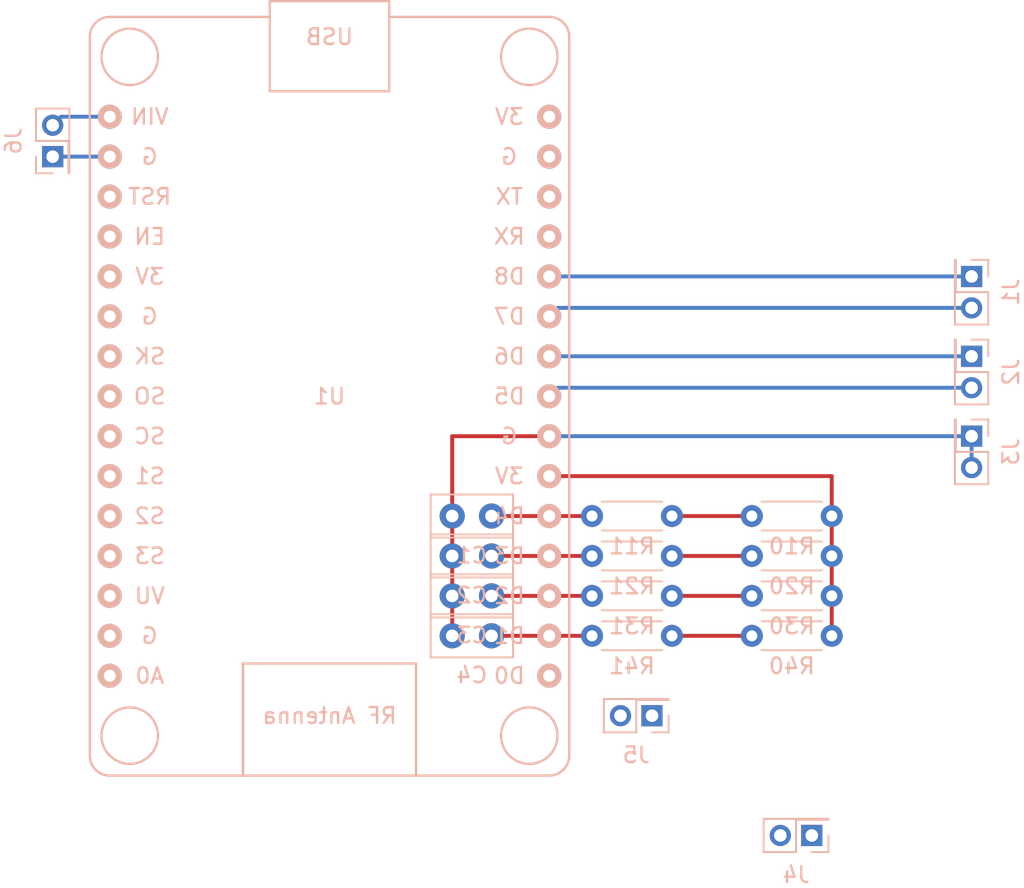
<source format=kicad_pcb>
(kicad_pcb (version 20211014) (generator pcbnew)
  (layers (0 "F.Cu" signal) (31 "B.Cu" signal) (34 "B.Paste" user) (35 "F.Paste" user) (36 "B.SilkS" user "B.Silkscreen") (37 "F.SilkS" user "F.Silkscreen") (38 "B.Mask" user) (39 "F.Mask" user) (44 "Edge.Cuts" user))
  (net 0 "")
  (net 1 "Net-(C1-Pad1)")
  (net 2 "Net-(C1-Pad2)")
  (net 3 "Net-(C2-Pad2)")
  (net 4 "Net-(C3-Pad2)")
  (net 5 "Net-(C4-Pad2)")
  (net 6 "Net-(J1-Pad1)")
  (net 7 "Net-(J1-Pad2)")
  (net 8 "Net-(J2-Pad1)")
  (net 9 "Net-(J2-Pad2)")
  (net 10 "Net-(J6-Pad1)")
  (net 11 "Net-(J6-Pad2)")
  (net 12 "Net-(R10-Pad1)")
  (net 13 "Net-(R10-Pad2)")
  (net 14 "Net-(R20-Pad1)")
  (net 15 "Net-(R30-Pad1)")
  (net 16 "Net-(R40-Pad1)")
  (footprint "Resistor_THT:R_Axial_DIN0204_L3.6mm_D1.6mm_P5.08mm_Horizontal" (layer "B.Cu") (at 128.27 80.01)
    (fp_text reference "R40" (at 2.54 1.92) (layer "B.SilkS") (effects (justify mirror)))
    (fp_text value "R_Small")
    (fp_line (start 0.62 0.92) (end 4.46 0.92) (layer "B.SilkS") (width 0.12))
    (fp_line (start 0.62 -0.92) (end 4.46 -0.92) (layer "B.SilkS") (width 0.12))
    (pad "1" thru_hole circle (at 0 0) (size 1.4 1.4) (drill 0.7) (layers *.Cu *.Mask) (net 16 "Net-(R40-Pad1)"))
    (pad "2" thru_hole oval (at 5.08 0) (size 1.4 1.4) (drill 0.7) (layers *.Cu *.Mask) (net 13 "Net-(R10-Pad2)"))
  )
  (footprint "Capacitor_THT:C_Disc_D5.0mm_W2.5mm_P2.50mm" (layer "B.Cu") (at 109.22 72.39)
    (fp_text reference "C1" (at 1.25 2.5) (layer "B.SilkS") (effects (justify mirror)))
    (fp_text value "C")
    (fp_line (start -1.37 -1.37) (end 3.87 -1.37) (layer "B.SilkS") (width 0.12))
    (fp_line (start -1.37 1.37) (end 3.87 1.37) (layer "B.SilkS") (width 0.12))
    (fp_line (start 3.87 1.37) (end 3.87 -1.37) (layer "B.SilkS") (width 0.12))
    (fp_line (start -1.37 1.37) (end -1.37 -1.37) (layer "B.SilkS") (width 0.12))
    (pad "1" thru_hole circle (at 0 0) (size 1.6 1.6) (drill 0.8) (layers *.Cu *.Mask) (net 1 "Net-(C1-Pad1)"))
    (pad "2" thru_hole circle (at 2.5 0) (size 1.6 1.6) (drill 0.8) (layers *.Cu *.Mask) (net 2 "Net-(C1-Pad2)"))
  )
  (footprint "Connector_PinSocket_2.00mm:PinSocket_2x01_P2.00mm_Vertical" (layer "B.Cu") (at 121.92 85.09)
    (fp_text reference "J5" (at -1 2.5) (layer "B.SilkS") (effects (justify mirror)))
    (fp_text value "Conn_01x02_Male")
    (fp_line (start -1 1.06) (end -1 -1) (layer "B.SilkS") (width 0.12))
    (fp_line (start -3.06 1.06) (end -1 1.06) (layer "B.SilkS") (width 0.12))
    (fp_line (start 0 1.06) (end 1.06 1.06) (layer "B.SilkS") (width 0.12))
    (fp_line (start -3.06 -1.06) (end 1.06 -1.06) (layer "B.SilkS") (width 0.12))
    (fp_line (start 1.06 -1) (end 1.06 -1.06) (layer "B.SilkS") (width 0.12))
    (fp_line (start -3.06 1.06) (end -3.06 -1.06) (layer "B.SilkS") (width 0.12))
    (fp_line (start 1.06 1.06) (end 1.06 0) (layer "B.SilkS") (width 0.12))
    (fp_line (start -1 -1) (end 1.06 -1) (layer "B.SilkS") (width 0.12))
    (pad "1" thru_hole rect (at 0 0) (size 1.35 1.35) (drill 0.8) (layers *.Cu *.Mask) (net 14 "Net-(R20-Pad1)"))
    (pad "2" thru_hole oval (at -2 0) (size 1.35 1.35) (drill 0.8) (layers *.Cu *.Mask) (net 12 "Net-(R10-Pad1)"))
  )
  (footprint "Resistor_THT:R_Axial_DIN0204_L3.6mm_D1.6mm_P5.08mm_Horizontal" (layer "B.Cu") (at 128.27 72.39)
    (fp_text reference "R10" (at 2.54 1.92) (layer "B.SilkS") (effects (justify mirror)))
    (fp_text value "R_Small")
    (fp_line (start 0.62 -0.92) (end 4.46 -0.92) (layer "B.SilkS") (width 0.12))
    (fp_line (start 0.62 0.92) (end 4.46 0.92) (layer "B.SilkS") (width 0.12))
    (pad "1" thru_hole circle (at 0 0) (size 1.4 1.4) (drill 0.7) (layers *.Cu *.Mask) (net 12 "Net-(R10-Pad1)"))
    (pad "2" thru_hole oval (at 5.08 0) (size 1.4 1.4) (drill 0.7) (layers *.Cu *.Mask) (net 13 "Net-(R10-Pad2)"))
  )
  (footprint "Resistor_THT:R_Axial_DIN0204_L3.6mm_D1.6mm_P5.08mm_Horizontal" (layer "B.Cu") (at 118.11 72.39)
    (fp_text reference "R11" (at 2.54 1.92) (layer "B.SilkS") (effects (justify mirror)))
    (fp_text value "R_Small")
    (fp_line (start 0.62 -0.92) (end 4.46 -0.92) (layer "B.SilkS") (width 0.12))
    (fp_line (start 0.62 0.92) (end 4.46 0.92) (layer "B.SilkS") (width 0.12))
    (pad "1" thru_hole circle (at 0 0) (size 1.4 1.4) (drill 0.7) (layers *.Cu *.Mask) (net 2 "Net-(C1-Pad2)"))
    (pad "2" thru_hole oval (at 5.08 0) (size 1.4 1.4) (drill 0.7) (layers *.Cu *.Mask) (net 12 "Net-(R10-Pad1)"))
  )
  (footprint "Resistor_THT:R_Axial_DIN0204_L3.6mm_D1.6mm_P5.08mm_Horizontal" (layer "B.Cu") (at 128.27 77.47)
    (fp_text reference "R30" (at 2.54 1.92) (layer "B.SilkS") (effects (justify mirror)))
    (fp_text value "R_Small")
    (fp_line (start 0.62 -0.92) (end 4.46 -0.92) (layer "B.SilkS") (width 0.12))
    (fp_line (start 0.62 0.92) (end 4.46 0.92) (layer "B.SilkS") (width 0.12))
    (pad "1" thru_hole circle (at 0 0) (size 1.4 1.4) (drill 0.7) (layers *.Cu *.Mask) (net 15 "Net-(R30-Pad1)"))
    (pad "2" thru_hole oval (at 5.08 0) (size 1.4 1.4) (drill 0.7) (layers *.Cu *.Mask) (net 13 "Net-(R10-Pad2)"))
  )
  (footprint "Connector_PinSocket_2.00mm:PinSocket_2x01_P2.00mm_Vertical" (layer "B.Cu") (at 142.24 67.31 90)
    (fp_text reference "J3" (at -1 2.5 90) (layer "B.SilkS") (effects (justify mirror)))
    (fp_text value "Conn_01x02_Male")
    (fp_line (start -3.06 1.06) (end -3.06 -1.06) (layer "B.SilkS") (width 0.12))
    (fp_line (start 0 1.06) (end 1.06 1.06) (layer "B.SilkS") (width 0.12))
    (fp_line (start 1.06 -1) (end 1.06 -1.06) (layer "B.SilkS") (width 0.12))
    (fp_line (start -3.06 1.06) (end -1 1.06) (layer "B.SilkS") (width 0.12))
    (fp_line (start -3.06 -1.06) (end 1.06 -1.06) (layer "B.SilkS") (width 0.12))
    (fp_line (start -1 -1) (end 1.06 -1) (layer "B.SilkS") (width 0.12))
    (fp_line (start 1.06 1.06) (end 1.06 0) (layer "B.SilkS") (width 0.12))
    (fp_line (start -1 1.06) (end -1 -1) (layer "B.SilkS") (width 0.12))
    (pad "1" thru_hole rect (at 0 0 90) (size 1.35 1.35) (drill 0.8) (layers *.Cu *.Mask) (net 1 "Net-(C1-Pad1)"))
    (pad "2" thru_hole oval (at -2 0 90) (size 1.35 1.35) (drill 0.8) (layers *.Cu *.Mask) (net 1 "Net-(C1-Pad1)"))
  )
  (footprint "Connector_PinSocket_2.00mm:PinSocket_2x01_P2.00mm_Vertical" (layer "B.Cu") (at 142.24 62.23 90)
    (fp_text reference "J2" (at -1 2.5 90) (layer "B.SilkS") (effects (justify mirror)))
    (fp_text value "Conn_01x02_Male")
    (fp_line (start 1.06 1.06) (end 1.06 0) (layer "B.SilkS") (width 0.12))
    (fp_line (start 0 1.06) (end 1.06 1.06) (layer "B.SilkS") (width 0.12))
    (fp_line (start 1.06 -1) (end 1.06 -1.06) (layer "B.SilkS") (width 0.12))
    (fp_line (start -3.06 -1.06) (end 1.06 -1.06) (layer "B.SilkS") (width 0.12))
    (fp_line (start -1 1.06) (end -1 -1) (layer "B.SilkS") (width 0.12))
    (fp_line (start -1 -1) (end 1.06 -1) (layer "B.SilkS") (width 0.12))
    (fp_line (start -3.06 1.06) (end -1 1.06) (layer "B.SilkS") (width 0.12))
    (fp_line (start -3.06 1.06) (end -3.06 -1.06) (layer "B.SilkS") (width 0.12))
    (pad "1" thru_hole rect (at 0 0 90) (size 1.35 1.35) (drill 0.8) (layers *.Cu *.Mask) (net 8 "Net-(J2-Pad1)"))
    (pad "2" thru_hole oval (at -2 0 90) (size 1.35 1.35) (drill 0.8) (layers *.Cu *.Mask) (net 9 "Net-(J2-Pad2)"))
  )
  (footprint "Resistor_THT:R_Axial_DIN0204_L3.6mm_D1.6mm_P5.08mm_Horizontal" (layer "B.Cu") (at 118.11 77.47)
    (fp_text reference "R31" (at 2.54 1.92) (layer "B.SilkS") (effects (justify mirror)))
    (fp_text value "R_Small")
    (fp_line (start 0.62 0.92) (end 4.46 0.92) (layer "B.SilkS") (width 0.12))
    (fp_line (start 0.62 -0.92) (end 4.46 -0.92) (layer "B.SilkS") (width 0.12))
    (pad "1" thru_hole circle (at 0 0) (size 1.4 1.4) (drill 0.7) (layers *.Cu *.Mask) (net 4 "Net-(C3-Pad2)"))
    (pad "2" thru_hole oval (at 5.08 0) (size 1.4 1.4) (drill 0.7) (layers *.Cu *.Mask) (net 15 "Net-(R30-Pad1)"))
  )
  (footprint "Connector_PinSocket_2.00mm:PinSocket_2x01_P2.00mm_Vertical" (layer "B.Cu") (at 142.24 57.15 90)
    (fp_text reference "J1" (at -1 2.5 90) (layer "B.SilkS") (effects (justify mirror)))
    (fp_text value "Conn_01x02_Male")
    (fp_line (start -3.06 -1.06) (end 1.06 -1.06) (layer "B.SilkS") (width 0.12))
    (fp_line (start -3.06 1.06) (end -3.06 -1.06) (layer "B.SilkS") (width 0.12))
    (fp_line (start -1 1.06) (end -1 -1) (layer "B.SilkS") (width 0.12))
    (fp_line (start 1.06 -1) (end 1.06 -1.06) (layer "B.SilkS") (width 0.12))
    (fp_line (start 0 1.06) (end 1.06 1.06) (layer "B.SilkS") (width 0.12))
    (fp_line (start -1 -1) (end 1.06 -1) (layer "B.SilkS") (width 0.12))
    (fp_line (start 1.06 1.06) (end 1.06 0) (layer "B.SilkS") (width 0.12))
    (fp_line (start -3.06 1.06) (end -1 1.06) (layer "B.SilkS") (width 0.12))
    (pad "1" thru_hole rect (at 0 0 90) (size 1.35 1.35) (drill 0.8) (layers *.Cu *.Mask) (net 6 "Net-(J1-Pad1)"))
    (pad "2" thru_hole oval (at -2 0 90) (size 1.35 1.35) (drill 0.8) (layers *.Cu *.Mask) (net 7 "Net-(J1-Pad2)"))
  )
  (footprint "Resistor_THT:R_Axial_DIN0204_L3.6mm_D1.6mm_P5.08mm_Horizontal" (layer "B.Cu") (at 118.11 74.93)
    (fp_text reference "R21" (at 2.54 1.92) (layer "B.SilkS") (effects (justify mirror)))
    (fp_text value "R_Small")
    (fp_line (start 0.62 0.92) (end 4.46 0.92) (layer "B.SilkS") (width 0.12))
    (fp_line (start 0.62 -0.92) (end 4.46 -0.92) (layer "B.SilkS") (width 0.12))
    (pad "1" thru_hole circle (at 0 0) (size 1.4 1.4) (drill 0.7) (layers *.Cu *.Mask) (net 3 "Net-(C2-Pad2)"))
    (pad "2" thru_hole oval (at 5.08 0) (size 1.4 1.4) (drill 0.7) (layers *.Cu *.Mask) (net 14 "Net-(R20-Pad1)"))
  )
  (footprint "Resistor_THT:R_Axial_DIN0204_L3.6mm_D1.6mm_P5.08mm_Horizontal" (layer "B.Cu") (at 128.27 74.93)
    (fp_text reference "R20" (at 2.54 1.92) (layer "B.SilkS") (effects (justify mirror)))
    (fp_text value "R_Small")
    (fp_line (start 0.62 0.92) (end 4.46 0.92) (layer "B.SilkS") (width 0.12))
    (fp_line (start 0.62 -0.92) (end 4.46 -0.92) (layer "B.SilkS") (width 0.12))
    (pad "1" thru_hole circle (at 0 0) (size 1.4 1.4) (drill 0.7) (layers *.Cu *.Mask) (net 14 "Net-(R20-Pad1)"))
    (pad "2" thru_hole oval (at 5.08 0) (size 1.4 1.4) (drill 0.7) (layers *.Cu *.Mask) (net 13 "Net-(R10-Pad2)"))
  )
  (footprint "Connector_PinSocket_2.00mm:PinSocket_2x01_P2.00mm_Vertical" (layer "B.Cu") (at 83.82 49.53 -90)
    (fp_text reference "J6" (at -1 2.5 90) (layer "B.SilkS") (effects (justify mirror)))
    (fp_text value "Conn_01x02_Male")
    (fp_line (start -3.06 1.06) (end -1 1.06) (layer "B.SilkS") (width 0.12))
    (fp_line (start -3.06 1.06) (end -3.06 -1.06) (layer "B.SilkS") (width 0.12))
    (fp_line (start 1.06 1.06) (end 1.06 0) (layer "B.SilkS") (width 0.12))
    (fp_line (start -1 -1) (end 1.06 -1) (layer "B.SilkS") (width 0.12))
    (fp_line (start 1.06 -1) (end 1.06 -1.06) (layer "B.SilkS") (width 0.12))
    (fp_line (start -1 1.06) (end -1 -1) (layer "B.SilkS") (width 0.12))
    (fp_line (start -3.06 -1.06) (end 1.06 -1.06) (layer "B.SilkS") (width 0.12))
    (fp_line (start 0 1.06) (end 1.06 1.06) (layer "B.SilkS") (width 0.12))
    (pad "1" thru_hole rect (at 0 0 270) (size 1.35 1.35) (drill 0.8) (layers *.Cu *.Mask) (net 10 "Net-(J6-Pad1)"))
    (pad "2" thru_hole oval (at -2 0 270) (size 1.35 1.35) (drill 0.8) (layers *.Cu *.Mask) (net 11 "Net-(J6-Pad2)"))
  )
  (footprint "kicad-ESP8266:NodeMCU1.0(12-E)" (layer "B.Cu") (at 101.42 64.77)
    (fp_text reference "U1" (at 0 0) (layer "B.SilkS") (effects (justify mirror)))
    (fp_text value "NodeMCU1.0(ESP-12E)")
    (fp_text user "3V" (at 11.43 5.08) (layer "B.SilkS") (effects (justify mirror)))
    (fp_text user "D5" (at 11.43 0) (layer "B.SilkS") (effects (justify mirror)))
    (fp_text user "S1" (at -11.43 5.08) (layer "B.SilkS") (effects (justify mirror)))
    (fp_text user "G" (at 11.43 -15.24) (layer "B.SilkS") (effects (justify mirror)))
    (fp_text user "G" (at -11.43 -5.08) (layer "B.SilkS") (effects (justify mirror)))
    (fp_text user "RX" (at 11.43 -10.16) (layer "B.SilkS") (effects (justify mirror)))
    (fp_text user "D0" (at 11.43 17.78) (layer "B.SilkS") (effects (justify mirror)))
    (fp_text user "TX" (at 11.43 -12.7) (layer "B.SilkS") (effects (justify mirror)))
    (fp_text user "S2" (at -11.43 7.62) (layer "B.SilkS") (effects (justify mirror)))
    (fp_text user "D6" (at 11.43 -2.54) (layer "B.SilkS") (effects (justify mirror)))
    (fp_text user "RST" (at -11.43 -12.7) (layer "B.SilkS") (effects (justify mirror)))
    (fp_text user "VIN" (at -11.43 -17.78) (layer "B.SilkS") (effects (justify mirror)))
    (fp_text user "SK" (at -11.43 -2.54) (layer "B.SilkS") (effects (justify mirror)))
    (fp_text user "D1" (at 11.43 15.24) (layer "B.SilkS") (effects (justify mirror)))
    (fp_text user "SO" (at -11.43 0) (layer "B.SilkS") (effects (justify mirror)))
    (fp_text user "S3" (at -11.43 10.16) (layer "B.SilkS") (effects (justify mirror)))
    (fp_text user "D7" (at 11.43 -5.08) (layer "B.SilkS") (effects (justify mirror)))
    (fp_text user "USB" (at 0 -22.86) (layer "B.SilkS") (effects (justify mirror)))
    (fp_text user "SC" (at -11.43 2.54) (layer "B.SilkS") (effects (justify mirror)))
    (fp_text user "G" (at 11.43 2.54) (layer "B.SilkS") (effects (justify mirror)))
    (fp_text user "3V" (at 11.43 -17.78) (layer "B.SilkS") (effects (justify mirror)))
    (fp_text user "VU" (at -11.43 12.7) (layer "B.SilkS") (effects (justify mirror)))
    (fp_text user "EN" (at -11.43 -10.16) (layer "B.SilkS") (effects (justify mirror)))
    (fp_text user "D8" (at 11.43 -7.62) (layer "B.SilkS") (effects (justify mirror)))
    (fp_text user "D2" (at 11.43 12.7) (layer "B.SilkS") (effects (justify mirror)))
    (fp_text user "3V" (at -11.43 -7.62) (layer "B.SilkS") (effects (justify mirror)))
    (fp_text user "A0" (at -11.43 17.78) (layer "B.SilkS") (effects (justify mirror)))
    (fp_text user "G" (at -11.43 15.24) (layer "B.SilkS") (effects (justify mirror)))
    (fp_text user "G" (at -11.43 -15.24) (layer "B.SilkS") (effects (justify mirror)))
    (fp_text user "D3" (at 11.43 10.16) (layer "B.SilkS") (effects (justify mirror)))
    (fp_text user "D4" (at 11.43 7.62) (layer "B.SilkS") (effects (justify mirror)))
    (fp_text user "RF Antenna" (at 0 20.32) (layer "B.SilkS") (effects (justify mirror)))
    (fp_line (start -3.8 -24.13) (end -13.97 -24.13) (layer "B.SilkS") (width 0.15))
    (fp_line (start 5.5 24.13) (end 5.5 17) (layer "B.SilkS") (width 0.15))
    (fp_line (start 3.8 -19.4) (end 3.8 -25.13) (layer "B.SilkS") (width 0.15))
    (fp_line (start 5.5 17) (end -5.5 17) (layer "B.SilkS") (width 0.15))
    (fp_line (start 13.97 24.13) (end -13.97 24.13) (layer "B.SilkS") (width 0.15))
    (fp_line (start 3.8 -25.13) (end -3.8 -25.13) (layer "B.SilkS") (width 0.15))
    (fp_line (start 15.24 22.86) (end 15.24 -22.86) (layer "B.SilkS") (width 0.15))
    (fp_line (start 13.98 -24.13) (end 3.81 -24.13) (layer "B.SilkS") (width 0.15))
    (fp_line (start -15.24 22.86) (end -15.24 -22.86) (layer "B.SilkS") (width 0.15))
    (fp_line (start -3.8 -25.13) (end -3.8 -19.4) (layer "B.SilkS") (width 0.15))
    (fp_line (start -5.5 17) (end -5.5 24.13) (layer "B.SilkS") (width 0.15))
    (fp_line (start -3.8 -19.4) (end 3.8 -19.4) (layer "B.SilkS") (width 0.15))
    (fp_arc (start 13.97 -24.13) (mid 14.868026 -23.758026) (end 15.24 -22.86) (layer "B.SilkS") (width 0.15))
    (fp_arc (start 15.24 22.86) (mid 14.868026 23.758026) (end 13.97 24.13) (layer "B.SilkS") (width 0.15))
    (fp_arc (start -13.97 24.13) (mid -14.868026 23.758026) (end -15.24 22.86) (layer "B.SilkS") (width 0.15))
    (fp_arc (start -15.24 -22.86) (mid -14.868026 -23.758026) (end -13.97 -24.13) (layer "B.SilkS") (width 0.15))
    (fp_circle (center -12.7 -21.59) (end -11.43 -20.32) (layer "B.SilkS") (width 0.15) (fill none))
    (fp_circle (center 12.7 -21.59) (end 13.97 -20.32) (layer "B.SilkS") (width 0.15) (fill none))
    (fp_circle (center -12.7 21.59) (end -11.43 22.86) (layer "B.SilkS") (width 0.15) (fill none))
    (fp_circle (center 12.7 21.59) (end 13.97 22.86) (layer "B.SilkS") (width 0.15) (fill none))
    (pad "1" thru_hole circle locked (at -13.97 17.78) (size 1.524 1.524) (drill 0.762) (layers *.Cu *.Mask "B.SilkS"))
    (pad "2" thru_hole circle locked (at -13.97 15.24) (size 1.524 1.524) (drill 0.762) (layers *.Cu *.Mask "B.SilkS"))
    (pad "3" thru_hole circle locked (at -13.97 12.7) (size 1.524 1.524) (drill 0.762) (layers *.Cu *.Mask "B.SilkS"))
    (pad "4" thru_hole circle locked (at -13.97 10.16) (size 1.524 1.524) (drill 0.762) (layers *.Cu *.Mask "B.SilkS"))
    (pad "5" thru_hole circle locked (at -13.97 7.62) (size 1.524 1.524) (drill 0.762) (layers *.Cu *.Mask "B.SilkS"))
    (pad "6" thru_hole circle locked (at -13.97 5.08) (size 1.524 1.524) (drill 0.762) (layers *.Cu *.Mask "B.SilkS"))
    (pad "7" thru_hole circle locked (at -13.97 2.54) (size 1.524 1.524) (drill 0.762) (layers *.Cu *.Mask "B.SilkS"))
    (pad "8" thru_hole circle locked (at -13.97 0) (size 1.524 1.524) (drill 0.762) (layers *.Cu *.Mask "B.SilkS"))
    (pad "9" thru_hole circle locked (at -13.97 -2.54) (size 1.524 1.524) (drill 0.762) (layers *.Cu *.Mask "B.SilkS"))
    (pad "10" thru_hole circle locked (at -13.97 -5.08) (size 1.524 1.524) (drill 0.762) (layers *.Cu *.Mask "B.SilkS"))
    (pad "11" thru_hole circle locked (at -13.97 -7.62) (size 1.524 1.524) (drill 0.762) (layers *.Cu *.Mask "B.SilkS"))
    (pad "12" thru_hole circle locked (at -13.97 -10.16) (size 1.524 1.524) (drill 0.762) (layers *.Cu *.Mask "B.SilkS"))
    (pad "13" thru_hole circle locked (at -13.97 -12.7) (size 1.524 1.524) (drill 0.762) (layers *.Cu *.Mask "B.SilkS"))
    (pad "14" thru_hole circle locked (at -13.97 -15.24) (size 1.524 1.524) (drill 0.762) (layers *.Cu *.Mask "B.SilkS") (net 10 "Net-(J6-Pad1)"))
    (pad "15" thru_hole circle locked (at -13.97 -17.78) (size 1.524 1.524) (drill 0.762) (layers *.Cu *.Mask "B.SilkS") (net 11 "Net-(J6-Pad2)"))
    (pad "16" thru_hole circle locked (at 13.97 -17.78) (size 1.524 1.524) (drill 0.762) (layers *.Cu *.Mask "B.SilkS"))
    (pad "17" thru_hole circle locked (at 13.97 -15.24) (size 1.524 1.524) (drill 0.762) (layers *.Cu *.Mask "B.SilkS"))
    (pad "18" thru_hole circle locked (at 13.97 -12.7) (size 1.524 1.524) (drill 0.762) (layers *.Cu *.Mask "B.SilkS"))
    (pad "19" thru_hole circle locked (at 13.97 -10.16) (size 1.524 1.524) (drill 0.762) (layers *.Cu *.Mask "B.SilkS"))
    (pad "20" thru_hole circle locked (at 13.97 -7.62) (size 1.524 1.524) (drill 0.762) (layers *.Cu *.Mask "B.SilkS") (net 6 "Net-(J1-Pad1)"))
    (pad "21" thru_hole circle locked (at 13.97 -5.08) (size 1.524 1.524) (drill 0.762) (layers *.Cu *.Mask "B.SilkS") (net 7 "Net-(J1-Pad2)"))
    (pad "22" thru_hole circle locked (at 13.97 -2.54) (size 1.524 1.524) (drill 0.762) (layers *.Cu *.Mask "B.SilkS") (net 8 "Net-(J2-Pad1)"))
    (pad "23" thru_hole circle locked (at 13.97 0) (size 1.524 1.524) (drill 0.762) (layers *.Cu *.Mask "B.SilkS") (net 9 "Net-(J2-Pad2)"))
    (pad "24" thru_hole circle locked (at 13.97 2.54) (size 1.524 1.524) (drill 0.762) (layers *.Cu *.Mask "B.SilkS") (net 1 "Net-(C1-Pad1)"))
    (pad "25" thru_hole circle locked (at 13.97 5.08) (size 1.524 1.524) (drill 0.762) (layers *.Cu *.Mask "B.SilkS") (net 13 "Net-(R10-Pad2)"))
    (pad "26" thru_hole circle locked (at 13.97 7.62) (size 1.524 1.524) (drill 0.762) (layers *.Cu *.Mask "B.SilkS") (net 2 "Net-(C1-Pad2)"))
    (pad "27" thru_hole circle locked (at 13.97 10.16) (size 1.524 1.524) (drill 0.762) (layers *.Cu *.Mask "B.SilkS") (net 3 "Net-(C2-Pad2)"))
    (pad "28" thru_hole circle locked (at 13.97 12.7) (size 1.524 1.524) (drill 0.762) (layers *.Cu *.Mask "B.SilkS") (net 4 "Net-(C3-Pad2)"))
    (pad "29" thru_hole circle locked (at 13.97 15.24) (size 1.524 1.524) (drill 0.762) (layers *.Cu *.Mask "B.SilkS") (net 5 "Net-(C4-Pad2)"))
    (pad "30" thru_hole circle locked (at 13.97 17.78) (size 1.524 1.524) (drill 0.762) (layers *.Cu *.Mask "B.SilkS"))
  )
  (footprint "Resistor_THT:R_Axial_DIN0204_L3.6mm_D1.6mm_P5.08mm_Horizontal" (layer "B.Cu") (at 118.11 80.01)
    (fp_text reference "R41" (at 2.54 1.92) (layer "B.SilkS") (effects (justify mirror)))
    (fp_text value "R_Small")
    (fp_line (start 0.62 -0.92) (end 4.46 -0.92) (layer "B.SilkS") (width 0.12))
    (fp_line (start 0.62 0.92) (end 4.46 0.92) (layer "B.SilkS") (width 0.12))
    (pad "1" thru_hole circle (at 0 0) (size 1.4 1.4) (drill 0.7) (layers *.Cu *.Mask) (net 5 "Net-(C4-Pad2)"))
    (pad "2" thru_hole oval (at 5.08 0) (size 1.4 1.4) (drill 0.7) (layers *.Cu *.Mask) (net 16 "Net-(R40-Pad1)"))
  )
  (footprint "Capacitor_THT:C_Disc_D5.0mm_W2.5mm_P2.50mm" (layer "B.Cu") (at 109.22 74.93)
    (fp_text reference "C2" (at 1.25 2.5) (layer "B.SilkS") (effects (justify mirror)))
    (fp_text value "C")
    (fp_line (start -1.37 1.37) (end 3.87 1.37) (layer "B.SilkS") (width 0.12))
    (fp_line (start 3.87 1.37) (end 3.87 -1.37) (layer "B.SilkS") (width 0.12))
    (fp_line (start -1.37 -1.37) (end 3.87 -1.37) (layer "B.SilkS") (width 0.12))
    (fp_line (start -1.37 1.37) (end -1.37 -1.37) (layer "B.SilkS") (width 0.12))
    (pad "1" thru_hole circle (at 0 0) (size 1.6 1.6) (drill 0.8) (layers *.Cu *.Mask) (net 1 "Net-(C1-Pad1)"))
    (pad "2" thru_hole circle (at 2.5 0) (size 1.6 1.6) (drill 0.8) (layers *.Cu *.Mask) (net 3 "Net-(C2-Pad2)"))
  )
  (footprint "Capacitor_THT:C_Disc_D5.0mm_W2.5mm_P2.50mm" (layer "B.Cu") (at 109.22 80.01)
    (fp_text reference "C4" (at 1.25 2.5) (layer "B.SilkS") (effects (justify mirror)))
    (fp_text value "C")
    (fp_line (start 3.87 1.37) (end 3.87 -1.37) (layer "B.SilkS") (width 0.12))
    (fp_line (start -1.37 1.37) (end 3.87 1.37) (layer "B.SilkS") (width 0.12))
    (fp_line (start -1.37 1.37) (end -1.37 -1.37) (layer "B.SilkS") (width 0.12))
    (fp_line (start -1.37 -1.37) (end 3.87 -1.37) (layer "B.SilkS") (width 0.12))
    (pad "1" thru_hole circle (at 0 0) (size 1.6 1.6) (drill 0.8) (layers *.Cu *.Mask) (net 1 "Net-(C1-Pad1)"))
    (pad "2" thru_hole circle (at 2.5 0) (size 1.6 1.6) (drill 0.8) (layers *.Cu *.Mask) (net 5 "Net-(C4-Pad2)"))
  )
  (footprint "Connector_PinSocket_2.00mm:PinSocket_2x01_P2.00mm_Vertical" (layer "B.Cu") (at 132.08 92.71)
    (fp_text reference "J4" (at -1 2.5) (layer "B.SilkS") (effects (justify mirror)))
    (fp_text value "Conn_01x02_Male")
    (fp_line (start -1 -1) (end 1.06 -1) (layer "B.SilkS") (width 0.12))
    (fp_line (start -3.06 1.06) (end -1 1.06) (layer "B.SilkS") (width 0.12))
    (fp_line (start 1.06 1.06) (end 1.06 0) (layer "B.SilkS") (width 0.12))
    (fp_line (start 0 1.06) (end 1.06 1.06) (layer "B.SilkS") (width 0.12))
    (fp_line (start -3.06 -1.06) (end 1.06 -1.06) (layer "B.SilkS") (width 0.12))
    (fp_line (start -3.06 1.06) (end -3.06 -1.06) (layer "B.SilkS") (width 0.12))
    (fp_line (start 1.06 -1) (end 1.06 -1.06) (layer "B.SilkS") (width 0.12))
    (fp_line (start -1 1.06) (end -1 -1) (layer "B.SilkS") (width 0.12))
    (pad "1" thru_hole rect (at 0 0) (size 1.35 1.35) (drill 0.8) (layers *.Cu *.Mask) (net 16 "Net-(R40-Pad1)"))
    (pad "2" thru_hole oval (at -2 0) (size 1.35 1.35) (drill 0.8) (layers *.Cu *.Mask) (net 15 "Net-(R30-Pad1)"))
  )
  (footprint "Capacitor_THT:C_Disc_D5.0mm_W2.5mm_P2.50mm" (layer "B.Cu") (at 109.22 77.47)
    (fp_text reference "C3" (at 1.25 2.5) (layer "B.SilkS") (effects (justify mirror)))
    (fp_text value "C")
    (fp_line (start -1.37 1.37) (end 3.87 1.37) (layer "B.SilkS") (width 0.12))
    (fp_line (start -1.37 1.37) (end -1.37 -1.37) (layer "B.SilkS") (width 0.12))
    (fp_line (start 3.87 1.37) (end 3.87 -1.37) (layer "B.SilkS") (width 0.12))
    (fp_line (start -1.37 -1.37) (end 3.87 -1.37) (layer "B.SilkS") (width 0.12))
    (pad "1" thru_hole circle (at 0 0) (size 1.6 1.6) (drill 0.8) (layers *.Cu *.Mask) (net 1 "Net-(C1-Pad1)"))
    (pad "2" thru_hole circle (at 2.5 0) (size 1.6 1.6) (drill 0.8) (layers *.Cu *.Mask) (net 4 "Net-(C3-Pad2)"))
  )
  (segment (start 109.22 72.39) (end 109.22 67.31) (width 0.25) (layer "F.Cu") (net 1))
  (segment (start 109.22 67.31) (end 115.39 67.31) (width 0.25) (layer "F.Cu") (net 1))
  (segment (start 109.22 80.01) (end 109.22 77.47) (width 0.25) (layer "F.Cu") (net 1))
  (segment (start 109.22 74.93) (end 109.22 72.39) (width 0.25) (layer "F.Cu") (net 1))
  (segment (start 109.22 77.47) (end 109.22 74.93) (width 0.25) (layer "F.Cu") (net 1))
  (segment (start 142.24 67.31) (end 142.24 69.31) (width 0.25) (layer "B.Cu") (net 1))
  (segment (start 115.39 67.31) (end 142.24 67.31) (width 0.25) (layer "B.Cu") (net 1))
  (segment (start 115.39 72.39) (end 118.11 72.39) (width 0.25) (layer "F.Cu") (net 2))
  (segment (start 111.72 72.39) (end 115.39 72.39) (width 0.25) (layer "F.Cu") (net 2))
  (segment (start 115.39 74.93) (end 111.72 74.93) (width 0.25) (layer "F.Cu") (net 3))
  (segment (start 118.11 74.93) (end 115.39 74.93) (width 0.25) (layer "F.Cu") (net 3))
  (segment (start 115.39 77.47) (end 118.11 77.47) (width 0.25) (layer "F.Cu") (net 4))
  (segment (start 111.72 77.47) (end 115.39 77.47) (width 0.25) (layer "F.Cu") (net 4))
  (segment (start 115.39 80.01) (end 111.72 80.01) (width 0.25) (layer "F.Cu") (net 5))
  (segment (start 118.11 80.01) (end 115.39 80.01) (width 0.25) (layer "F.Cu") (net 5))
  (segment (start 115.39 57.15) (end 142.24 57.15) (width 0.25) (layer "B.Cu") (net 6))
  (segment (start 115.93 59.15) (end 115.39 59.69) (width 0.25) (layer "B.Cu") (net 7))
  (segment (start 142.24 59.15) (end 115.93 59.15) (width 0.25) (layer "B.Cu") (net 7))
  (segment (start 142.24 62.23) (end 115.39 62.23) (width 0.25) (layer "B.Cu") (net 8))
  (segment (start 142.24 64.23) (end 115.93 64.23) (width 0.25) (layer "B.Cu") (net 9))
  (segment (start 115.93 64.23) (end 115.39 64.77) (width 0.25) (layer "B.Cu") (net 9))
  (segment (start 87.45 49.53) (end 83.82 49.53) (width 0.25) (layer "B.Cu") (net 10))
  (segment (start 87.45 46.99) (end 84.36 46.99) (width 0.25) (layer "B.Cu") (net 11))
  (segment (start 84.36 46.99) (end 83.82 47.53) (width 0.25) (layer "B.Cu") (net 11))
  (segment (start 123.19 72.39) (end 128.27 72.39) (width 0.25) (layer "F.Cu") (net 12))
  (segment (start 133.35 72.39) (end 133.35 69.85) (width 0.25) (layer "F.Cu") (net 13))
  (segment (start 133.35 72.39) (end 133.35 74.93) (width 0.25) (layer "F.Cu") (net 13))
  (segment (start 133.35 69.85) (end 115.39 69.85) (width 0.25) (layer "F.Cu") (net 13))
  (segment (start 133.35 74.93) (end 133.35 77.47) (width 0.25) (layer "F.Cu") (net 13))
  (segment (start 133.35 77.47) (end 133.35 80.01) (width 0.25) (layer "F.Cu") (net 13))
  (segment (start 123.19 74.93) (end 128.27 74.93) (width 0.25) (layer "F.Cu") (net 14))
  (segment (start 123.19 77.47) (end 128.27 77.47) (width 0.25) (layer "F.Cu") (net 15))
  (segment (start 123.19 80.01) (end 128.27 80.01) (width 0.25) (layer "F.Cu") (net 16))
)
</source>
